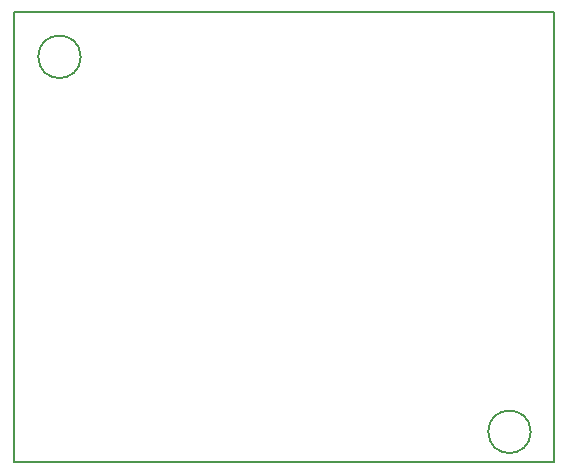
<source format=gm1>
G04 #@! TF.FileFunction,Profile,NP*
%FSLAX46Y46*%
G04 Gerber Fmt 4.6, Leading zero omitted, Abs format (unit mm)*
G04 Created by KiCad (PCBNEW 4.0.2+dfsg1-stable) date 2016年11月21日 00時06分46秒*
%MOMM*%
G01*
G04 APERTURE LIST*
%ADD10C,0.100000*%
%ADD11C,0.150000*%
G04 APERTURE END LIST*
D10*
D11*
X159276051Y-138430000D02*
G75*
G03X159276051Y-138430000I-1796051J0D01*
G01*
X121176051Y-106680000D02*
G75*
G03X121176051Y-106680000I-1796051J0D01*
G01*
X115570000Y-140970000D02*
X115570000Y-102870000D01*
X161290000Y-140970000D02*
X115570000Y-140970000D01*
X161290000Y-102870000D02*
X161290000Y-140970000D01*
X115570000Y-102870000D02*
X161290000Y-102870000D01*
M02*

</source>
